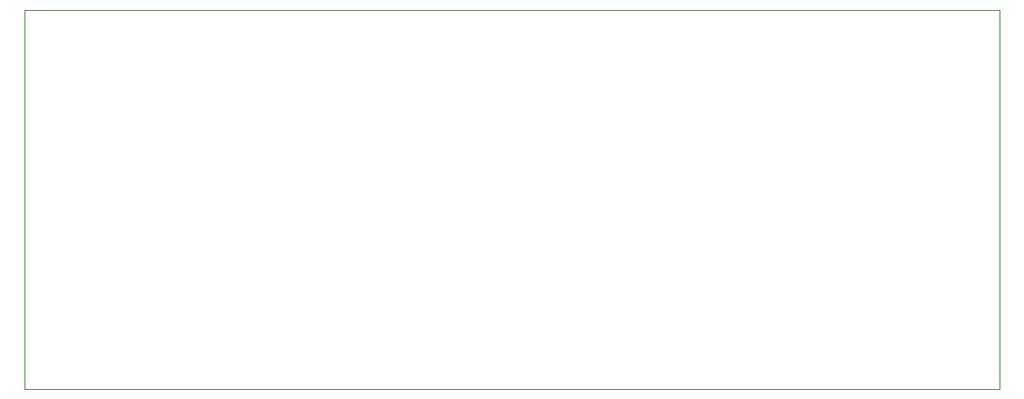
<source format=gbr>
%TF.GenerationSoftware,KiCad,Pcbnew,8.0.8*%
%TF.CreationDate,2025-02-20T20:42:50+05:30*%
%TF.ProjectId,AC to DC,41432074-6f20-4444-932e-6b696361645f,rev?*%
%TF.SameCoordinates,Original*%
%TF.FileFunction,Profile,NP*%
%FSLAX46Y46*%
G04 Gerber Fmt 4.6, Leading zero omitted, Abs format (unit mm)*
G04 Created by KiCad (PCBNEW 8.0.8) date 2025-02-20 20:42:50*
%MOMM*%
%LPD*%
G01*
G04 APERTURE LIST*
%TA.AperFunction,Profile*%
%ADD10C,0.050000*%
%TD*%
G04 APERTURE END LIST*
D10*
X112000000Y-42750000D02*
X203000000Y-42750000D01*
X203000000Y-78250000D01*
X112000000Y-78250000D01*
X112000000Y-42750000D01*
M02*

</source>
